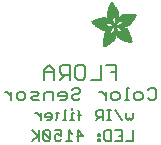
<source format=gbr>
G04 EAGLE Gerber RS-274X export*
G75*
%MOMM*%
%FSLAX34Y34*%
%LPD*%
%INSilkscreen Bottom*%
%IPPOS*%
%AMOC8*
5,1,8,0,0,1.08239X$1,22.5*%
G01*
%ADD10C,0.203200*%
%ADD11C,0.152400*%
%ADD12R,0.050800X0.006300*%
%ADD13R,0.082600X0.006400*%
%ADD14R,0.120600X0.006300*%
%ADD15R,0.139700X0.006400*%
%ADD16R,0.158800X0.006300*%
%ADD17R,0.177800X0.006400*%
%ADD18R,0.196800X0.006300*%
%ADD19R,0.215900X0.006400*%
%ADD20R,0.228600X0.006300*%
%ADD21R,0.241300X0.006400*%
%ADD22R,0.254000X0.006300*%
%ADD23R,0.266700X0.006400*%
%ADD24R,0.279400X0.006300*%
%ADD25R,0.285700X0.006400*%
%ADD26R,0.298400X0.006300*%
%ADD27R,0.311200X0.006400*%
%ADD28R,0.317500X0.006300*%
%ADD29R,0.330200X0.006400*%
%ADD30R,0.336600X0.006300*%
%ADD31R,0.349200X0.006400*%
%ADD32R,0.361900X0.006300*%
%ADD33R,0.368300X0.006400*%
%ADD34R,0.381000X0.006300*%
%ADD35R,0.387300X0.006400*%
%ADD36R,0.393700X0.006300*%
%ADD37R,0.406400X0.006400*%
%ADD38R,0.412700X0.006300*%
%ADD39R,0.419100X0.006400*%
%ADD40R,0.431800X0.006300*%
%ADD41R,0.438100X0.006400*%
%ADD42R,0.450800X0.006300*%
%ADD43R,0.457200X0.006400*%
%ADD44R,0.463500X0.006300*%
%ADD45R,0.476200X0.006400*%
%ADD46R,0.482600X0.006300*%
%ADD47R,0.488900X0.006400*%
%ADD48R,0.501600X0.006300*%
%ADD49R,0.508000X0.006400*%
%ADD50R,0.514300X0.006300*%
%ADD51R,0.527000X0.006400*%
%ADD52R,0.533400X0.006300*%
%ADD53R,0.546100X0.006400*%
%ADD54R,0.552400X0.006300*%
%ADD55R,0.558800X0.006400*%
%ADD56R,0.571500X0.006300*%
%ADD57R,0.577800X0.006400*%
%ADD58R,0.584200X0.006300*%
%ADD59R,0.596900X0.006400*%
%ADD60R,0.603200X0.006300*%
%ADD61R,0.609600X0.006400*%
%ADD62R,0.622300X0.006300*%
%ADD63R,0.628600X0.006400*%
%ADD64R,0.641300X0.006300*%
%ADD65R,0.647700X0.006400*%
%ADD66R,0.063500X0.006300*%
%ADD67R,0.654000X0.006300*%
%ADD68R,0.101600X0.006400*%
%ADD69R,0.666700X0.006400*%
%ADD70R,0.139700X0.006300*%
%ADD71R,0.673100X0.006300*%
%ADD72R,0.165100X0.006400*%
%ADD73R,0.679400X0.006400*%
%ADD74R,0.196900X0.006300*%
%ADD75R,0.692100X0.006300*%
%ADD76R,0.222200X0.006400*%
%ADD77R,0.698500X0.006400*%
%ADD78R,0.247700X0.006300*%
%ADD79R,0.704800X0.006300*%
%ADD80R,0.279400X0.006400*%
%ADD81R,0.717500X0.006400*%
%ADD82R,0.298500X0.006300*%
%ADD83R,0.723900X0.006300*%
%ADD84R,0.736600X0.006400*%
%ADD85R,0.342900X0.006300*%
%ADD86R,0.742900X0.006300*%
%ADD87R,0.374700X0.006400*%
%ADD88R,0.749300X0.006400*%
%ADD89R,0.762000X0.006300*%
%ADD90R,0.412700X0.006400*%
%ADD91R,0.768300X0.006400*%
%ADD92R,0.438100X0.006300*%
%ADD93R,0.774700X0.006300*%
%ADD94R,0.463600X0.006400*%
%ADD95R,0.787400X0.006400*%
%ADD96R,0.793700X0.006300*%
%ADD97R,0.495300X0.006400*%
%ADD98R,0.800100X0.006400*%
%ADD99R,0.520700X0.006300*%
%ADD100R,0.812800X0.006300*%
%ADD101R,0.533400X0.006400*%
%ADD102R,0.819100X0.006400*%
%ADD103R,0.558800X0.006300*%
%ADD104R,0.825500X0.006300*%
%ADD105R,0.577900X0.006400*%
%ADD106R,0.831800X0.006400*%
%ADD107R,0.596900X0.006300*%
%ADD108R,0.844500X0.006300*%
%ADD109R,0.616000X0.006400*%
%ADD110R,0.850900X0.006400*%
%ADD111R,0.635000X0.006300*%
%ADD112R,0.857200X0.006300*%
%ADD113R,0.654100X0.006400*%
%ADD114R,0.863600X0.006400*%
%ADD115R,0.666700X0.006300*%
%ADD116R,0.869900X0.006300*%
%ADD117R,0.685800X0.006400*%
%ADD118R,0.876300X0.006400*%
%ADD119R,0.882600X0.006300*%
%ADD120R,0.723900X0.006400*%
%ADD121R,0.889000X0.006400*%
%ADD122R,0.895300X0.006300*%
%ADD123R,0.755700X0.006400*%
%ADD124R,0.901700X0.006400*%
%ADD125R,0.908000X0.006300*%
%ADD126R,0.793800X0.006400*%
%ADD127R,0.914400X0.006400*%
%ADD128R,0.806400X0.006300*%
%ADD129R,0.920700X0.006300*%
%ADD130R,0.825500X0.006400*%
%ADD131R,0.927100X0.006400*%
%ADD132R,0.933400X0.006300*%
%ADD133R,0.857300X0.006400*%
%ADD134R,0.939800X0.006400*%
%ADD135R,0.870000X0.006300*%
%ADD136R,0.939800X0.006300*%
%ADD137R,0.946100X0.006400*%
%ADD138R,0.952500X0.006300*%
%ADD139R,0.908000X0.006400*%
%ADD140R,0.958800X0.006400*%
%ADD141R,0.965200X0.006300*%
%ADD142R,0.965200X0.006400*%
%ADD143R,0.971500X0.006300*%
%ADD144R,0.952500X0.006400*%
%ADD145R,0.977900X0.006400*%
%ADD146R,0.958800X0.006300*%
%ADD147R,0.984200X0.006300*%
%ADD148R,0.971500X0.006400*%
%ADD149R,0.984200X0.006400*%
%ADD150R,0.990600X0.006300*%
%ADD151R,0.984300X0.006400*%
%ADD152R,0.996900X0.006400*%
%ADD153R,0.997000X0.006300*%
%ADD154R,0.996900X0.006300*%
%ADD155R,1.003300X0.006400*%
%ADD156R,1.016000X0.006300*%
%ADD157R,1.009600X0.006300*%
%ADD158R,1.016000X0.006400*%
%ADD159R,1.009600X0.006400*%
%ADD160R,1.022300X0.006300*%
%ADD161R,1.028700X0.006400*%
%ADD162R,1.035100X0.006300*%
%ADD163R,1.047800X0.006400*%
%ADD164R,1.054100X0.006300*%
%ADD165R,1.028700X0.006300*%
%ADD166R,1.054100X0.006400*%
%ADD167R,1.035000X0.006400*%
%ADD168R,1.060400X0.006300*%
%ADD169R,1.035000X0.006300*%
%ADD170R,1.060500X0.006400*%
%ADD171R,1.041400X0.006400*%
%ADD172R,1.066800X0.006300*%
%ADD173R,1.041400X0.006300*%
%ADD174R,1.079500X0.006400*%
%ADD175R,1.047700X0.006400*%
%ADD176R,1.085900X0.006300*%
%ADD177R,1.047700X0.006300*%
%ADD178R,1.085800X0.006400*%
%ADD179R,1.092200X0.006300*%
%ADD180R,1.085900X0.006400*%
%ADD181R,1.098600X0.006300*%
%ADD182R,1.098600X0.006400*%
%ADD183R,1.060400X0.006400*%
%ADD184R,1.104900X0.006300*%
%ADD185R,1.104900X0.006400*%
%ADD186R,1.066800X0.006400*%
%ADD187R,1.111200X0.006300*%
%ADD188R,1.117600X0.006400*%
%ADD189R,1.117600X0.006300*%
%ADD190R,1.073100X0.006300*%
%ADD191R,1.073100X0.006400*%
%ADD192R,1.124000X0.006300*%
%ADD193R,1.079500X0.006300*%
%ADD194R,1.123900X0.006400*%
%ADD195R,1.130300X0.006300*%
%ADD196R,1.130300X0.006400*%
%ADD197R,1.136700X0.006400*%
%ADD198R,1.136700X0.006300*%
%ADD199R,1.085800X0.006300*%
%ADD200R,1.136600X0.006400*%
%ADD201R,1.136600X0.006300*%
%ADD202R,1.143000X0.006400*%
%ADD203R,1.143000X0.006300*%
%ADD204R,1.149400X0.006300*%
%ADD205R,1.149300X0.006300*%
%ADD206R,1.149300X0.006400*%
%ADD207R,1.149400X0.006400*%
%ADD208R,1.155700X0.006400*%
%ADD209R,1.155700X0.006300*%
%ADD210R,1.060500X0.006300*%
%ADD211R,2.197100X0.006400*%
%ADD212R,2.197100X0.006300*%
%ADD213R,2.184400X0.006300*%
%ADD214R,2.184400X0.006400*%
%ADD215R,2.171700X0.006400*%
%ADD216R,2.171700X0.006300*%
%ADD217R,1.530300X0.006400*%
%ADD218R,1.505000X0.006300*%
%ADD219R,1.492300X0.006400*%
%ADD220R,1.485900X0.006300*%
%ADD221R,0.565200X0.006300*%
%ADD222R,1.473200X0.006400*%
%ADD223R,0.565200X0.006400*%
%ADD224R,1.460500X0.006300*%
%ADD225R,1.454100X0.006400*%
%ADD226R,0.552400X0.006400*%
%ADD227R,1.441500X0.006300*%
%ADD228R,0.546100X0.006300*%
%ADD229R,1.435100X0.006400*%
%ADD230R,0.539800X0.006400*%
%ADD231R,1.428800X0.006300*%
%ADD232R,1.422400X0.006400*%
%ADD233R,1.409700X0.006300*%
%ADD234R,0.527100X0.006300*%
%ADD235R,1.403300X0.006400*%
%ADD236R,0.527100X0.006400*%
%ADD237R,1.390700X0.006300*%
%ADD238R,1.384300X0.006400*%
%ADD239R,0.520700X0.006400*%
%ADD240R,1.384300X0.006300*%
%ADD241R,0.514400X0.006300*%
%ADD242R,1.371600X0.006400*%
%ADD243R,1.365200X0.006300*%
%ADD244R,0.508000X0.006300*%
%ADD245R,1.352600X0.006400*%
%ADD246R,0.501700X0.006400*%
%ADD247R,0.711200X0.006300*%
%ADD248R,0.603300X0.006300*%
%ADD249R,0.501700X0.006300*%
%ADD250R,0.692100X0.006400*%
%ADD251R,0.571500X0.006400*%
%ADD252R,0.679400X0.006300*%
%ADD253R,0.495300X0.006300*%
%ADD254R,0.673100X0.006400*%
%ADD255R,0.666800X0.006300*%
%ADD256R,0.488900X0.006300*%
%ADD257R,0.660400X0.006400*%
%ADD258R,0.482600X0.006400*%
%ADD259R,0.476200X0.006300*%
%ADD260R,0.654000X0.006400*%
%ADD261R,0.469900X0.006400*%
%ADD262R,0.476300X0.006400*%
%ADD263R,0.647700X0.006300*%
%ADD264R,0.457200X0.006300*%
%ADD265R,0.469900X0.006300*%
%ADD266R,0.641300X0.006400*%
%ADD267R,0.444500X0.006400*%
%ADD268R,0.463600X0.006300*%
%ADD269R,0.635000X0.006400*%
%ADD270R,0.463500X0.006400*%
%ADD271R,0.393700X0.006400*%
%ADD272R,0.450800X0.006400*%
%ADD273R,0.628600X0.006300*%
%ADD274R,0.387400X0.006300*%
%ADD275R,0.450900X0.006300*%
%ADD276R,0.628700X0.006400*%
%ADD277R,0.374600X0.006400*%
%ADD278R,0.368300X0.006300*%
%ADD279R,0.438200X0.006300*%
%ADD280R,0.622300X0.006400*%
%ADD281R,0.355600X0.006400*%
%ADD282R,0.431800X0.006400*%
%ADD283R,0.349300X0.006300*%
%ADD284R,0.425400X0.006300*%
%ADD285R,0.615900X0.006300*%
%ADD286R,0.330200X0.006300*%
%ADD287R,0.419100X0.006300*%
%ADD288R,0.616000X0.006300*%
%ADD289R,0.311200X0.006300*%
%ADD290R,0.406400X0.006300*%
%ADD291R,0.615900X0.006400*%
%ADD292R,0.304800X0.006400*%
%ADD293R,0.158800X0.006400*%
%ADD294R,0.609600X0.006300*%
%ADD295R,0.292100X0.006300*%
%ADD296R,0.235000X0.006300*%
%ADD297R,0.387400X0.006400*%
%ADD298R,0.292100X0.006400*%
%ADD299R,0.336500X0.006300*%
%ADD300R,0.260400X0.006300*%
%ADD301R,0.603300X0.006400*%
%ADD302R,0.260400X0.006400*%
%ADD303R,0.362000X0.006400*%
%ADD304R,0.450900X0.006400*%
%ADD305R,0.355600X0.006300*%
%ADD306R,0.342900X0.006400*%
%ADD307R,0.514300X0.006400*%
%ADD308R,0.234900X0.006300*%
%ADD309R,0.539700X0.006300*%
%ADD310R,0.603200X0.006400*%
%ADD311R,0.234900X0.006400*%
%ADD312R,0.920700X0.006400*%
%ADD313R,0.958900X0.006400*%
%ADD314R,0.215900X0.006300*%
%ADD315R,0.209600X0.006400*%
%ADD316R,0.203200X0.006300*%
%ADD317R,1.003300X0.006300*%
%ADD318R,0.203200X0.006400*%
%ADD319R,0.196900X0.006400*%
%ADD320R,0.190500X0.006300*%
%ADD321R,0.190500X0.006400*%
%ADD322R,0.184200X0.006300*%
%ADD323R,0.590500X0.006400*%
%ADD324R,0.184200X0.006400*%
%ADD325R,0.590500X0.006300*%
%ADD326R,0.177800X0.006300*%
%ADD327R,0.584200X0.006400*%
%ADD328R,1.168400X0.006400*%
%ADD329R,0.171500X0.006300*%
%ADD330R,1.187500X0.006300*%
%ADD331R,1.200100X0.006400*%
%ADD332R,0.577800X0.006300*%
%ADD333R,1.212900X0.006300*%
%ADD334R,1.231900X0.006400*%
%ADD335R,1.250900X0.006300*%
%ADD336R,0.565100X0.006400*%
%ADD337R,0.184100X0.006400*%
%ADD338R,1.263700X0.006400*%
%ADD339R,0.565100X0.006300*%
%ADD340R,1.289100X0.006300*%
%ADD341R,1.314400X0.006400*%
%ADD342R,0.552500X0.006300*%
%ADD343R,1.568500X0.006300*%
%ADD344R,0.552500X0.006400*%
%ADD345R,1.581200X0.006400*%
%ADD346R,1.593800X0.006300*%
%ADD347R,1.606500X0.006400*%
%ADD348R,1.619300X0.006300*%
%ADD349R,0.514400X0.006400*%
%ADD350R,1.638300X0.006400*%
%ADD351R,1.657300X0.006300*%
%ADD352R,2.209800X0.006400*%
%ADD353R,2.425700X0.006300*%
%ADD354R,2.470100X0.006400*%
%ADD355R,2.501900X0.006300*%
%ADD356R,2.533700X0.006400*%
%ADD357R,2.559000X0.006300*%
%ADD358R,2.584500X0.006400*%
%ADD359R,2.609900X0.006300*%
%ADD360R,2.628900X0.006400*%
%ADD361R,2.660600X0.006300*%
%ADD362R,2.673400X0.006400*%
%ADD363R,1.422400X0.006300*%
%ADD364R,1.200200X0.006300*%
%ADD365R,1.365300X0.006300*%
%ADD366R,1.365300X0.006400*%
%ADD367R,1.352500X0.006300*%
%ADD368R,1.098500X0.006300*%
%ADD369R,1.358900X0.006400*%
%ADD370R,1.352600X0.006300*%
%ADD371R,1.358900X0.006300*%
%ADD372R,1.371600X0.006300*%
%ADD373R,1.377900X0.006400*%
%ADD374R,1.397000X0.006400*%
%ADD375R,1.403300X0.006300*%
%ADD376R,0.914400X0.006300*%
%ADD377R,0.876300X0.006300*%
%ADD378R,0.374600X0.006300*%
%ADD379R,1.073200X0.006400*%
%ADD380R,0.374700X0.006300*%
%ADD381R,0.844600X0.006400*%
%ADD382R,0.844600X0.006300*%
%ADD383R,0.831900X0.006400*%
%ADD384R,1.092200X0.006400*%
%ADD385R,0.400000X0.006300*%
%ADD386R,0.819200X0.006400*%
%ADD387R,1.111300X0.006400*%
%ADD388R,0.812800X0.006400*%
%ADD389R,0.800100X0.006300*%
%ADD390R,0.476300X0.006300*%
%ADD391R,1.181100X0.006300*%
%ADD392R,0.501600X0.006400*%
%ADD393R,1.193800X0.006400*%
%ADD394R,0.781000X0.006400*%
%ADD395R,1.238200X0.006400*%
%ADD396R,0.781100X0.006300*%
%ADD397R,1.257300X0.006300*%
%ADD398R,1.295400X0.006400*%
%ADD399R,1.333500X0.006300*%
%ADD400R,0.774700X0.006400*%
%ADD401R,1.866900X0.006400*%
%ADD402R,0.209600X0.006300*%
%ADD403R,1.866900X0.006300*%
%ADD404R,0.768400X0.006400*%
%ADD405R,0.209500X0.006400*%
%ADD406R,1.860600X0.006400*%
%ADD407R,0.762000X0.006400*%
%ADD408R,0.768400X0.006300*%
%ADD409R,1.860600X0.006300*%
%ADD410R,1.860500X0.006400*%
%ADD411R,0.222300X0.006300*%
%ADD412R,1.854200X0.006300*%
%ADD413R,0.235000X0.006400*%
%ADD414R,1.854200X0.006400*%
%ADD415R,0.768300X0.006300*%
%ADD416R,0.260300X0.006400*%
%ADD417R,1.847800X0.006400*%
%ADD418R,0.266700X0.006300*%
%ADD419R,1.847800X0.006300*%
%ADD420R,0.273100X0.006400*%
%ADD421R,1.841500X0.006400*%
%ADD422R,0.285800X0.006300*%
%ADD423R,1.841500X0.006300*%
%ADD424R,0.298500X0.006400*%
%ADD425R,1.835100X0.006400*%
%ADD426R,0.781000X0.006300*%
%ADD427R,0.304800X0.006300*%
%ADD428R,1.835100X0.006300*%
%ADD429R,0.317500X0.006400*%
%ADD430R,1.828800X0.006400*%
%ADD431R,0.787400X0.006300*%
%ADD432R,0.323800X0.006300*%
%ADD433R,1.828800X0.006300*%
%ADD434R,0.793700X0.006400*%
%ADD435R,1.822400X0.006400*%
%ADD436R,0.806500X0.006300*%
%ADD437R,1.822400X0.006300*%
%ADD438R,1.816100X0.006400*%
%ADD439R,0.819100X0.006300*%
%ADD440R,0.387300X0.006300*%
%ADD441R,1.816100X0.006300*%
%ADD442R,1.809800X0.006400*%
%ADD443R,1.803400X0.006300*%
%ADD444R,1.797000X0.006400*%
%ADD445R,0.901700X0.006300*%
%ADD446R,1.797000X0.006300*%
%ADD447R,1.441400X0.006400*%
%ADD448R,1.790700X0.006400*%
%ADD449R,1.447800X0.006300*%
%ADD450R,1.784300X0.006300*%
%ADD451R,1.447800X0.006400*%
%ADD452R,1.784300X0.006400*%
%ADD453R,1.454100X0.006300*%
%ADD454R,1.771700X0.006300*%
%ADD455R,1.460500X0.006400*%
%ADD456R,1.759000X0.006400*%
%ADD457R,1.466800X0.006300*%
%ADD458R,1.752600X0.006300*%
%ADD459R,1.466800X0.006400*%
%ADD460R,1.739900X0.006400*%
%ADD461R,1.473200X0.006300*%
%ADD462R,1.727200X0.006300*%
%ADD463R,1.479500X0.006400*%
%ADD464R,1.714500X0.006400*%
%ADD465R,1.695400X0.006300*%
%ADD466R,1.485900X0.006400*%
%ADD467R,1.682700X0.006400*%
%ADD468R,1.492200X0.006300*%
%ADD469R,1.663700X0.006300*%
%ADD470R,1.498600X0.006400*%
%ADD471R,1.644600X0.006400*%
%ADD472R,1.498600X0.006300*%
%ADD473R,1.619200X0.006300*%
%ADD474R,1.511300X0.006400*%
%ADD475R,1.600200X0.006400*%
%ADD476R,1.517700X0.006300*%
%ADD477R,1.574800X0.006300*%
%ADD478R,1.524000X0.006400*%
%ADD479R,1.555800X0.006400*%
%ADD480R,1.524000X0.006300*%
%ADD481R,1.536700X0.006300*%
%ADD482R,1.530400X0.006400*%
%ADD483R,1.517700X0.006400*%
%ADD484R,1.492300X0.006300*%
%ADD485R,1.549400X0.006400*%
%ADD486R,1.479600X0.006400*%
%ADD487R,1.549400X0.006300*%
%ADD488R,1.555700X0.006400*%
%ADD489R,1.562100X0.006300*%
%ADD490R,0.323900X0.006300*%
%ADD491R,1.568400X0.006400*%
%ADD492R,0.336600X0.006400*%
%ADD493R,1.587500X0.006300*%
%ADD494R,0.971600X0.006300*%
%ADD495R,0.349300X0.006400*%
%ADD496R,1.600200X0.006300*%
%ADD497R,0.920800X0.006300*%
%ADD498R,0.882700X0.006400*%
%ADD499R,1.612900X0.006300*%
%ADD500R,0.362000X0.006300*%
%ADD501R,1.625600X0.006400*%
%ADD502R,1.625600X0.006300*%
%ADD503R,1.644600X0.006300*%
%ADD504R,0.736600X0.006300*%
%ADD505R,0.717600X0.006400*%
%ADD506R,1.657400X0.006300*%
%ADD507R,0.679500X0.006300*%
%ADD508R,1.663700X0.006400*%
%ADD509R,0.400000X0.006400*%
%ADD510R,1.676400X0.006300*%
%ADD511R,1.676400X0.006400*%
%ADD512R,0.425500X0.006400*%
%ADD513R,1.352500X0.006400*%
%ADD514R,0.444500X0.006300*%
%ADD515R,0.361900X0.006400*%
%ADD516R,0.088900X0.006300*%
%ADD517R,1.009700X0.006300*%
%ADD518R,1.009700X0.006400*%
%ADD519R,1.022300X0.006400*%
%ADD520R,1.346200X0.006400*%
%ADD521R,1.346200X0.006300*%
%ADD522R,1.339900X0.006400*%
%ADD523R,1.035100X0.006400*%
%ADD524R,1.339800X0.006300*%
%ADD525R,1.333500X0.006400*%
%ADD526R,1.327200X0.006400*%
%ADD527R,1.320800X0.006300*%
%ADD528R,1.314500X0.006400*%
%ADD529R,1.314400X0.006300*%
%ADD530R,1.301700X0.006400*%
%ADD531R,1.295400X0.006300*%
%ADD532R,1.289000X0.006400*%
%ADD533R,1.276300X0.006300*%
%ADD534R,1.251000X0.006300*%
%ADD535R,1.244600X0.006400*%
%ADD536R,1.231900X0.006300*%
%ADD537R,1.212800X0.006400*%
%ADD538R,1.200100X0.006300*%
%ADD539R,1.187400X0.006400*%
%ADD540R,1.168400X0.006300*%
%ADD541R,1.047800X0.006300*%
%ADD542R,0.977900X0.006300*%
%ADD543R,0.946200X0.006400*%
%ADD544R,0.933400X0.006400*%
%ADD545R,0.895300X0.006400*%
%ADD546R,0.882700X0.006300*%
%ADD547R,0.863600X0.006300*%
%ADD548R,0.857200X0.006400*%
%ADD549R,0.850900X0.006300*%
%ADD550R,0.838200X0.006300*%
%ADD551R,0.806500X0.006400*%
%ADD552R,0.717600X0.006300*%
%ADD553R,0.711200X0.006400*%
%ADD554R,0.641400X0.006400*%
%ADD555R,0.641400X0.006300*%
%ADD556R,0.628700X0.006300*%
%ADD557R,0.590600X0.006300*%
%ADD558R,0.539700X0.006400*%
%ADD559R,0.285700X0.006300*%
%ADD560R,0.222200X0.006300*%
%ADD561R,0.171400X0.006300*%
%ADD562R,0.152400X0.006400*%
%ADD563R,0.133400X0.006300*%


D10*
X54136Y-7696D02*
X55915Y-5917D01*
X59475Y-5917D01*
X61254Y-7696D01*
X61254Y-14815D01*
X59475Y-16594D01*
X55915Y-16594D01*
X54136Y-14815D01*
X47781Y-16594D02*
X44221Y-16594D01*
X42442Y-14815D01*
X42442Y-11255D01*
X44221Y-9476D01*
X47781Y-9476D01*
X49560Y-11255D01*
X49560Y-14815D01*
X47781Y-16594D01*
X37866Y-5917D02*
X36087Y-5917D01*
X36087Y-16594D01*
X37866Y-16594D02*
X34307Y-16594D01*
X28291Y-16594D02*
X24732Y-16594D01*
X22952Y-14815D01*
X22952Y-11255D01*
X24732Y-9476D01*
X28291Y-9476D01*
X30070Y-11255D01*
X30070Y-14815D01*
X28291Y-16594D01*
X18376Y-16594D02*
X18376Y-9476D01*
X18376Y-13035D02*
X14817Y-9476D01*
X13038Y-9476D01*
X-8401Y-5917D02*
X-10181Y-7696D01*
X-8401Y-5917D02*
X-4842Y-5917D01*
X-3063Y-7696D01*
X-3063Y-9476D01*
X-4842Y-11255D01*
X-8401Y-11255D01*
X-10181Y-13035D01*
X-10181Y-14815D01*
X-8401Y-16594D01*
X-4842Y-16594D01*
X-3063Y-14815D01*
X-16536Y-16594D02*
X-20095Y-16594D01*
X-16536Y-16594D02*
X-14757Y-14815D01*
X-14757Y-11255D01*
X-16536Y-9476D01*
X-20095Y-9476D01*
X-21875Y-11255D01*
X-21875Y-13035D01*
X-14757Y-13035D01*
X-26451Y-16594D02*
X-26451Y-9476D01*
X-31789Y-9476D01*
X-33569Y-11255D01*
X-33569Y-16594D01*
X-38145Y-16594D02*
X-43483Y-16594D01*
X-45263Y-14815D01*
X-43483Y-13035D01*
X-39924Y-13035D01*
X-38145Y-11255D01*
X-39924Y-9476D01*
X-45263Y-9476D01*
X-51618Y-16594D02*
X-55177Y-16594D01*
X-56957Y-14815D01*
X-56957Y-11255D01*
X-55177Y-9476D01*
X-51618Y-9476D01*
X-49839Y-11255D01*
X-49839Y-14815D01*
X-51618Y-16594D01*
X-61533Y-16594D02*
X-61533Y-9476D01*
X-61533Y-13035D02*
X-65092Y-9476D01*
X-66871Y-9476D01*
D11*
X41188Y-27596D02*
X41188Y-31917D01*
X39747Y-33358D01*
X38307Y-31917D01*
X36866Y-33358D01*
X35426Y-31917D01*
X35426Y-27596D01*
X31833Y-33358D02*
X26071Y-24715D01*
X22478Y-33358D02*
X19597Y-33358D01*
X21037Y-33358D02*
X21037Y-24715D01*
X19597Y-24715D02*
X22478Y-24715D01*
X16241Y-24715D02*
X16241Y-33358D01*
X16241Y-24715D02*
X11919Y-24715D01*
X10479Y-26155D01*
X10479Y-29036D01*
X11919Y-30477D01*
X16241Y-30477D01*
X13360Y-30477D02*
X10479Y-33358D01*
X-3910Y-33358D02*
X-3910Y-26155D01*
X-5351Y-24715D01*
X-5351Y-29036D02*
X-2470Y-29036D01*
X-8706Y-27596D02*
X-10147Y-27596D01*
X-10147Y-33358D01*
X-11587Y-33358D02*
X-8706Y-33358D01*
X-10147Y-24715D02*
X-10147Y-23274D01*
X-14943Y-24715D02*
X-16384Y-24715D01*
X-16384Y-33358D01*
X-17824Y-33358D02*
X-14943Y-33358D01*
X-22620Y-31917D02*
X-22620Y-26155D01*
X-22620Y-31917D02*
X-24061Y-33358D01*
X-24061Y-27596D02*
X-21180Y-27596D01*
X-28857Y-33358D02*
X-31738Y-33358D01*
X-28857Y-33358D02*
X-27417Y-31917D01*
X-27417Y-29036D01*
X-28857Y-27596D01*
X-31738Y-27596D01*
X-33179Y-29036D01*
X-33179Y-30477D01*
X-27417Y-30477D01*
X-36772Y-33358D02*
X-36772Y-27596D01*
X-36772Y-30477D02*
X-39653Y-27596D01*
X-41094Y-27596D01*
X41598Y-42115D02*
X41598Y-50758D01*
X35836Y-50758D01*
X32243Y-42115D02*
X26481Y-42115D01*
X32243Y-42115D02*
X32243Y-50758D01*
X26481Y-50758D01*
X29362Y-46436D02*
X32243Y-46436D01*
X22888Y-42115D02*
X22888Y-50758D01*
X18566Y-50758D01*
X17125Y-49317D01*
X17125Y-43555D01*
X18566Y-42115D01*
X22888Y-42115D01*
X13532Y-44996D02*
X12092Y-44996D01*
X12092Y-46436D01*
X13532Y-46436D01*
X13532Y-44996D01*
X13532Y-49317D02*
X12092Y-49317D01*
X12092Y-50758D01*
X13532Y-50758D01*
X13532Y-49317D01*
X-4822Y-50758D02*
X-4822Y-42115D01*
X-500Y-46436D01*
X-6263Y-46436D01*
X-9856Y-44996D02*
X-12737Y-42115D01*
X-12737Y-50758D01*
X-9856Y-50758D02*
X-15618Y-50758D01*
X-19211Y-42115D02*
X-24973Y-42115D01*
X-19211Y-42115D02*
X-19211Y-46436D01*
X-22092Y-44996D01*
X-23532Y-44996D01*
X-24973Y-46436D01*
X-24973Y-49317D01*
X-23532Y-50758D01*
X-20651Y-50758D01*
X-19211Y-49317D01*
X-28566Y-49317D02*
X-28566Y-43555D01*
X-30006Y-42115D01*
X-32888Y-42115D01*
X-34328Y-43555D01*
X-34328Y-49317D01*
X-32888Y-50758D01*
X-30006Y-50758D01*
X-28566Y-49317D01*
X-34328Y-43555D01*
X-37921Y-42115D02*
X-37921Y-50758D01*
X-37921Y-47877D02*
X-43683Y-42115D01*
X-39362Y-46436D02*
X-43683Y-50758D01*
X27178Y762D02*
X27178Y13473D01*
X18704Y13473D01*
X22941Y7117D02*
X27178Y7117D01*
X14081Y13473D02*
X14081Y762D01*
X5607Y762D01*
X-1135Y13473D02*
X-5372Y13473D01*
X-1135Y13473D02*
X984Y11354D01*
X984Y2880D01*
X-1135Y762D01*
X-5372Y762D01*
X-7490Y2880D01*
X-7490Y11354D01*
X-5372Y13473D01*
X-12114Y13473D02*
X-12114Y762D01*
X-12114Y13473D02*
X-18469Y13473D01*
X-20588Y11354D01*
X-20588Y7117D01*
X-18469Y4999D01*
X-12114Y4999D01*
X-16351Y4999D02*
X-20588Y762D01*
X-25211Y762D02*
X-25211Y9236D01*
X-29448Y13473D01*
X-33685Y9236D01*
X-33685Y762D01*
X-33685Y7117D02*
X-25211Y7117D01*
D12*
X17812Y28131D03*
D13*
X17780Y28194D03*
D14*
X17780Y28258D03*
D15*
X17812Y28321D03*
D16*
X17780Y28385D03*
D17*
X17812Y28448D03*
D18*
X17780Y28512D03*
D19*
X17812Y28575D03*
D20*
X17812Y28639D03*
D21*
X17876Y28702D03*
D22*
X17875Y28766D03*
D23*
X17939Y28829D03*
D24*
X17939Y28893D03*
D25*
X17971Y28956D03*
D26*
X18034Y29020D03*
D27*
X18034Y29083D03*
D28*
X18066Y29147D03*
D29*
X18129Y29210D03*
D30*
X18161Y29274D03*
D31*
X18161Y29337D03*
D32*
X18225Y29401D03*
D33*
X18257Y29464D03*
D34*
X18320Y29528D03*
D35*
X18352Y29591D03*
D36*
X18384Y29655D03*
D37*
X18447Y29718D03*
D38*
X18479Y29782D03*
D39*
X18511Y29845D03*
D40*
X18574Y29909D03*
D41*
X18606Y29972D03*
D42*
X18669Y30036D03*
D43*
X18701Y30099D03*
D44*
X18733Y30163D03*
D45*
X18796Y30226D03*
D46*
X18828Y30290D03*
D47*
X18860Y30353D03*
D48*
X18923Y30417D03*
D49*
X18955Y30480D03*
D50*
X18987Y30544D03*
D51*
X19050Y30607D03*
D52*
X19082Y30671D03*
D53*
X19146Y30734D03*
D54*
X19177Y30798D03*
D55*
X19209Y30861D03*
D56*
X19273Y30925D03*
D57*
X19304Y30988D03*
D58*
X19336Y31052D03*
D59*
X19400Y31115D03*
D60*
X19431Y31179D03*
D61*
X19463Y31242D03*
D62*
X19527Y31306D03*
D63*
X19558Y31369D03*
D64*
X19622Y31433D03*
D65*
X19654Y31496D03*
D66*
X39466Y31560D03*
D67*
X19685Y31560D03*
D68*
X39465Y31623D03*
D69*
X19749Y31623D03*
D70*
X39402Y31687D03*
D71*
X19781Y31687D03*
D72*
X39339Y31750D03*
D73*
X19812Y31750D03*
D74*
X39307Y31814D03*
D75*
X19876Y31814D03*
D76*
X39243Y31877D03*
D77*
X19908Y31877D03*
D78*
X39180Y31941D03*
D79*
X19939Y31941D03*
D80*
X39084Y32004D03*
D81*
X20003Y32004D03*
D82*
X39053Y32068D03*
D83*
X20035Y32068D03*
D29*
X38957Y32131D03*
D84*
X20098Y32131D03*
D85*
X38894Y32195D03*
D86*
X20130Y32195D03*
D87*
X38799Y32258D03*
D88*
X20162Y32258D03*
D36*
X38704Y32322D03*
D89*
X20225Y32322D03*
D90*
X38672Y32385D03*
D91*
X20257Y32385D03*
D92*
X38545Y32449D03*
D93*
X20289Y32449D03*
D94*
X38481Y32512D03*
D95*
X20352Y32512D03*
D46*
X38386Y32576D03*
D96*
X20384Y32576D03*
D97*
X38323Y32639D03*
D98*
X20416Y32639D03*
D99*
X38196Y32703D03*
D100*
X20479Y32703D03*
D101*
X38132Y32766D03*
D102*
X20511Y32766D03*
D103*
X38005Y32830D03*
D104*
X20543Y32830D03*
D105*
X37910Y32893D03*
D106*
X20574Y32893D03*
D107*
X37815Y32957D03*
D108*
X20638Y32957D03*
D109*
X37719Y33020D03*
D110*
X20670Y33020D03*
D111*
X37624Y33084D03*
D112*
X20701Y33084D03*
D113*
X37529Y33147D03*
D114*
X20733Y33147D03*
D115*
X37402Y33211D03*
D116*
X20765Y33211D03*
D117*
X37306Y33274D03*
D118*
X20797Y33274D03*
D79*
X37211Y33338D03*
D119*
X20828Y33338D03*
D120*
X37116Y33401D03*
D121*
X20860Y33401D03*
D86*
X37021Y33465D03*
D122*
X20892Y33465D03*
D123*
X36894Y33528D03*
D124*
X20924Y33528D03*
D93*
X36799Y33592D03*
D125*
X20955Y33592D03*
D126*
X36703Y33655D03*
D127*
X20987Y33655D03*
D128*
X36576Y33719D03*
D129*
X21019Y33719D03*
D130*
X36481Y33782D03*
D131*
X21051Y33782D03*
D108*
X36386Y33846D03*
D132*
X21082Y33846D03*
D133*
X36259Y33909D03*
D134*
X21114Y33909D03*
D135*
X36195Y33973D03*
D136*
X21114Y33973D03*
D121*
X36100Y34036D03*
D137*
X21146Y34036D03*
D122*
X36005Y34100D03*
D138*
X21178Y34100D03*
D139*
X35941Y34163D03*
D140*
X21209Y34163D03*
D129*
X35878Y34227D03*
D141*
X21241Y34227D03*
D131*
X35783Y34290D03*
D142*
X21241Y34290D03*
D136*
X35719Y34354D03*
D143*
X21273Y34354D03*
D144*
X35656Y34417D03*
D145*
X21305Y34417D03*
D146*
X35560Y34481D03*
D147*
X21336Y34481D03*
D148*
X35497Y34544D03*
D149*
X21336Y34544D03*
D147*
X35433Y34608D03*
D150*
X21368Y34608D03*
D151*
X35370Y34671D03*
D152*
X21400Y34671D03*
D153*
X35306Y34735D03*
D154*
X21400Y34735D03*
D155*
X35275Y34798D03*
X21432Y34798D03*
D156*
X35211Y34862D03*
D157*
X21463Y34862D03*
D158*
X35147Y34925D03*
D159*
X21463Y34925D03*
D160*
X35116Y34989D03*
D156*
X21495Y34989D03*
D161*
X35021Y35052D03*
D158*
X21495Y35052D03*
D162*
X34989Y35116D03*
D160*
X21527Y35116D03*
D163*
X34925Y35179D03*
D161*
X21559Y35179D03*
D164*
X34894Y35243D03*
D165*
X21559Y35243D03*
D166*
X34830Y35306D03*
D167*
X21590Y35306D03*
D168*
X34798Y35370D03*
D169*
X21590Y35370D03*
D170*
X34735Y35433D03*
D171*
X21622Y35433D03*
D172*
X34703Y35497D03*
D173*
X21622Y35497D03*
D174*
X34640Y35560D03*
D175*
X21654Y35560D03*
D176*
X34608Y35624D03*
D177*
X21654Y35624D03*
D178*
X34544Y35687D03*
D166*
X21686Y35687D03*
D179*
X34512Y35751D03*
D164*
X21686Y35751D03*
D180*
X34481Y35814D03*
D166*
X21686Y35814D03*
D181*
X34417Y35878D03*
D168*
X21717Y35878D03*
D182*
X34417Y35941D03*
D183*
X21717Y35941D03*
D184*
X34386Y36005D03*
D172*
X21749Y36005D03*
D185*
X34322Y36068D03*
D186*
X21749Y36068D03*
D187*
X34290Y36132D03*
D172*
X21749Y36132D03*
D188*
X34258Y36195D03*
D186*
X21749Y36195D03*
D189*
X34195Y36259D03*
D190*
X21781Y36259D03*
D188*
X34195Y36322D03*
D191*
X21781Y36322D03*
D192*
X34163Y36386D03*
D193*
X21813Y36386D03*
D194*
X34100Y36449D03*
D174*
X21813Y36449D03*
D195*
X34068Y36513D03*
D193*
X21813Y36513D03*
D196*
X34068Y36576D03*
D174*
X21813Y36576D03*
D195*
X34005Y36640D03*
D193*
X21813Y36640D03*
D197*
X33973Y36703D03*
D178*
X21844Y36703D03*
D198*
X33973Y36767D03*
D199*
X21844Y36767D03*
D200*
X33909Y36830D03*
D174*
X21876Y36830D03*
D201*
X33909Y36894D03*
D193*
X21876Y36894D03*
D202*
X33877Y36957D03*
D180*
X21908Y36957D03*
D203*
X33814Y37021D03*
D176*
X21908Y37021D03*
D202*
X33814Y37084D03*
D180*
X21908Y37084D03*
D204*
X33782Y37148D03*
D176*
X21908Y37148D03*
D202*
X33750Y37211D03*
D180*
X21908Y37211D03*
D205*
X33719Y37275D03*
D176*
X21908Y37275D03*
D206*
X33719Y37338D03*
D180*
X21908Y37338D03*
D204*
X33655Y37402D03*
D176*
X21908Y37402D03*
D207*
X33655Y37465D03*
D180*
X21908Y37465D03*
D204*
X33655Y37529D03*
D199*
X21971Y37529D03*
D206*
X33592Y37592D03*
D178*
X21971Y37592D03*
D205*
X33592Y37656D03*
D199*
X21971Y37656D03*
D208*
X33560Y37719D03*
D178*
X21971Y37719D03*
D204*
X33528Y37783D03*
D199*
X21971Y37783D03*
D207*
X33528Y37846D03*
D178*
X21971Y37846D03*
D209*
X33497Y37910D03*
D199*
X21971Y37910D03*
D206*
X33465Y37973D03*
D178*
X21971Y37973D03*
D205*
X33465Y38037D03*
D193*
X22003Y38037D03*
D208*
X33433Y38100D03*
D174*
X22003Y38100D03*
D204*
X33401Y38164D03*
D193*
X22003Y38164D03*
D207*
X33401Y38227D03*
D174*
X22003Y38227D03*
D204*
X33401Y38291D03*
D193*
X22003Y38291D03*
D206*
X33338Y38354D03*
D191*
X22035Y38354D03*
D205*
X33338Y38418D03*
D190*
X22035Y38418D03*
D206*
X33338Y38481D03*
D186*
X22003Y38481D03*
D204*
X33274Y38545D03*
D172*
X22003Y38545D03*
D207*
X33274Y38608D03*
D186*
X22003Y38608D03*
D204*
X33274Y38672D03*
D210*
X22035Y38672D03*
D202*
X33242Y38735D03*
D170*
X22035Y38735D03*
D205*
X33211Y38799D03*
D210*
X22035Y38799D03*
D206*
X33211Y38862D03*
D166*
X22067Y38862D03*
D203*
X33179Y38926D03*
D164*
X22067Y38926D03*
D207*
X33147Y38989D03*
D166*
X22067Y38989D03*
D204*
X33147Y39053D03*
D164*
X22067Y39053D03*
D211*
X27845Y39116D03*
D212*
X27845Y39180D03*
D211*
X27845Y39243D03*
D213*
X27845Y39307D03*
D214*
X27845Y39370D03*
D213*
X27845Y39434D03*
D215*
X27845Y39497D03*
D216*
X27845Y39561D03*
D217*
X31052Y39624D03*
D59*
X20035Y39624D03*
D218*
X31115Y39688D03*
D58*
X19971Y39688D03*
D219*
X31179Y39751D03*
D57*
X19939Y39751D03*
D220*
X31211Y39815D03*
D221*
X19939Y39815D03*
D222*
X31274Y39878D03*
D223*
X19939Y39878D03*
D224*
X31274Y39942D03*
D54*
X19939Y39942D03*
D225*
X31306Y40005D03*
D226*
X19939Y40005D03*
D227*
X31306Y40069D03*
D228*
X19971Y40069D03*
D229*
X31338Y40132D03*
D230*
X19939Y40132D03*
D231*
X31369Y40196D03*
D52*
X19971Y40196D03*
D232*
X31401Y40259D03*
D101*
X19971Y40259D03*
D233*
X31401Y40323D03*
D234*
X20003Y40323D03*
D235*
X31433Y40386D03*
D236*
X20003Y40386D03*
D237*
X31433Y40450D03*
D99*
X20035Y40450D03*
D238*
X31465Y40513D03*
D239*
X20035Y40513D03*
D240*
X31465Y40577D03*
D241*
X20066Y40577D03*
D242*
X31464Y40640D03*
D49*
X20098Y40640D03*
D243*
X31496Y40704D03*
D244*
X20098Y40704D03*
D245*
X31496Y40767D03*
D246*
X20130Y40767D03*
D247*
X34703Y40831D03*
D248*
X27750Y40831D03*
D249*
X20130Y40831D03*
D250*
X34735Y40894D03*
D251*
X27655Y40894D03*
D97*
X20162Y40894D03*
D252*
X34798Y40958D03*
D228*
X27591Y40958D03*
D253*
X20225Y40958D03*
D254*
X34767Y41021D03*
D101*
X27527Y41021D03*
D47*
X20257Y41021D03*
D255*
X34798Y41085D03*
D50*
X27496Y41085D03*
D256*
X20257Y41085D03*
D257*
X34830Y41148D03*
D97*
X27464Y41148D03*
D258*
X20288Y41148D03*
D67*
X34798Y41212D03*
D46*
X27400Y41212D03*
D259*
X20320Y41212D03*
D260*
X34798Y41275D03*
D261*
X27401Y41275D03*
D262*
X20384Y41275D03*
D263*
X34767Y41339D03*
D264*
X27337Y41339D03*
D265*
X20416Y41339D03*
D266*
X34735Y41402D03*
D267*
X27337Y41402D03*
D261*
X20416Y41402D03*
D64*
X34735Y41466D03*
D40*
X27273Y41466D03*
D268*
X20447Y41466D03*
D269*
X34703Y41529D03*
D39*
X27274Y41529D03*
D270*
X20511Y41529D03*
D111*
X34703Y41593D03*
D38*
X27242Y41593D03*
D264*
X20542Y41593D03*
D63*
X34671Y41656D03*
D271*
X27210Y41656D03*
D272*
X20574Y41656D03*
D273*
X34671Y41720D03*
D274*
X27178Y41720D03*
D275*
X20638Y41720D03*
D276*
X34608Y41783D03*
D277*
X27178Y41783D03*
D267*
X20670Y41783D03*
D62*
X34576Y41847D03*
D278*
X27147Y41847D03*
D279*
X20701Y41847D03*
D280*
X34576Y41910D03*
D281*
X27146Y41910D03*
D282*
X20796Y41910D03*
D62*
X34513Y41974D03*
D283*
X27115Y41974D03*
D284*
X20828Y41974D03*
D280*
X34513Y42037D03*
D29*
X27083Y42037D03*
D39*
X20860Y42037D03*
D285*
X34481Y42101D03*
D286*
X27083Y42101D03*
D287*
X20924Y42101D03*
D109*
X34417Y42164D03*
D27*
X27051Y42164D03*
D37*
X20987Y42164D03*
D288*
X34417Y42228D03*
D289*
X27051Y42228D03*
D290*
X21050Y42228D03*
D291*
X34354Y42291D03*
D292*
X27019Y42291D03*
D271*
X21114Y42291D03*
D293*
X17145Y42291D03*
D294*
X34322Y42355D03*
D295*
X27020Y42355D03*
D36*
X21178Y42355D03*
D296*
X17145Y42355D03*
D109*
X34290Y42418D03*
D25*
X26988Y42418D03*
D297*
X21209Y42418D03*
D298*
X17114Y42418D03*
D285*
X34227Y42482D03*
D24*
X26956Y42482D03*
D34*
X21304Y42482D03*
D299*
X17082Y42482D03*
D61*
X34195Y42545D03*
D23*
X26956Y42545D03*
D277*
X21336Y42545D03*
D87*
X17082Y42545D03*
D294*
X34131Y42609D03*
D300*
X26924Y42609D03*
D278*
X21432Y42609D03*
D38*
X17082Y42609D03*
D301*
X34100Y42672D03*
D302*
X26924Y42672D03*
D303*
X21463Y42672D03*
D304*
X17082Y42672D03*
D294*
X34068Y42736D03*
D22*
X26892Y42736D03*
D305*
X21558Y42736D03*
D46*
X17113Y42736D03*
D61*
X34004Y42799D03*
D21*
X26893Y42799D03*
D306*
X21622Y42799D03*
D307*
X17082Y42799D03*
D248*
X33973Y42863D03*
D308*
X26861Y42863D03*
D85*
X21686Y42863D03*
D309*
X17082Y42863D03*
D310*
X33909Y42926D03*
D311*
X26861Y42926D03*
D312*
X18860Y42926D03*
D248*
X33846Y42990D03*
D20*
X26829Y42990D03*
D132*
X18796Y42990D03*
D310*
X33782Y43053D03*
D19*
X26829Y43053D03*
D313*
X18733Y43053D03*
D107*
X33751Y43117D03*
D314*
X26829Y43117D03*
D141*
X18701Y43117D03*
D59*
X33687Y43180D03*
D315*
X26797Y43180D03*
D149*
X18669Y43180D03*
D107*
X33624Y43244D03*
D316*
X26765Y43244D03*
D317*
X18638Y43244D03*
D59*
X33560Y43307D03*
D318*
X26765Y43307D03*
D158*
X18574Y43307D03*
D107*
X33497Y43371D03*
D74*
X26734Y43371D03*
D169*
X18542Y43371D03*
D59*
X33433Y43434D03*
D319*
X26734Y43434D03*
D163*
X18542Y43434D03*
D107*
X33370Y43498D03*
D320*
X26702Y43498D03*
D172*
X18510Y43498D03*
D59*
X33306Y43561D03*
D321*
X26702Y43561D03*
D191*
X18479Y43561D03*
D107*
X33243Y43625D03*
D322*
X26670Y43625D03*
D179*
X18447Y43625D03*
D323*
X33211Y43688D03*
D324*
X26670Y43688D03*
D185*
X18447Y43688D03*
D325*
X33084Y43752D03*
D326*
X26638Y43752D03*
D192*
X18415Y43752D03*
D327*
X33052Y43815D03*
D17*
X26638Y43815D03*
D200*
X18415Y43815D03*
D325*
X32957Y43879D03*
D326*
X26638Y43879D03*
D209*
X18384Y43879D03*
D327*
X32861Y43942D03*
D17*
X26638Y43942D03*
D328*
X18383Y43942D03*
D58*
X32798Y44006D03*
D329*
X26607Y44006D03*
D330*
X18352Y44006D03*
D105*
X32703Y44069D03*
D17*
X26575Y44069D03*
D331*
X18352Y44069D03*
D332*
X32639Y44133D03*
D326*
X26575Y44133D03*
D333*
X18352Y44133D03*
D57*
X32512Y44196D03*
D324*
X26543Y44196D03*
D334*
X18320Y44196D03*
D56*
X32417Y44260D03*
D322*
X26543Y44260D03*
D335*
X18352Y44260D03*
D336*
X32322Y44323D03*
D337*
X26480Y44323D03*
D338*
X18352Y44323D03*
D339*
X32195Y44387D03*
D74*
X26480Y44387D03*
D340*
X18352Y44387D03*
D55*
X32099Y44450D03*
D315*
X26416Y44450D03*
D341*
X18415Y44450D03*
D342*
X31941Y44514D03*
D343*
X19622Y44514D03*
D344*
X31814Y44577D03*
D345*
X19558Y44577D03*
D52*
X31655Y44641D03*
D346*
X19558Y44641D03*
D101*
X31464Y44704D03*
D347*
X19495Y44704D03*
D99*
X31338Y44768D03*
D348*
X19495Y44768D03*
D349*
X31115Y44831D03*
D350*
X19463Y44831D03*
D99*
X30893Y44895D03*
D351*
X19495Y44895D03*
D352*
X22193Y44958D03*
D353*
X23146Y45022D03*
D354*
X23305Y45085D03*
D355*
X23400Y45149D03*
D356*
X23432Y45212D03*
D357*
X23495Y45276D03*
D358*
X23559Y45339D03*
D359*
X23559Y45403D03*
D360*
X23591Y45466D03*
D361*
X23622Y45530D03*
D362*
X23622Y45593D03*
D363*
X30067Y45657D03*
D364*
X16129Y45657D03*
D238*
X30322Y45720D03*
D208*
X15844Y45720D03*
D365*
X30544Y45784D03*
D192*
X15621Y45784D03*
D366*
X30671Y45847D03*
D188*
X15462Y45847D03*
D367*
X30798Y45911D03*
D368*
X15304Y45911D03*
D369*
X30893Y45974D03*
D180*
X15177Y45974D03*
D370*
X30988Y46038D03*
D193*
X15018Y46038D03*
D369*
X31084Y46101D03*
D186*
X14891Y46101D03*
D371*
X31147Y46165D03*
D210*
X14796Y46165D03*
D242*
X31210Y46228D03*
D170*
X14669Y46228D03*
D372*
X31274Y46292D03*
D164*
X14574Y46292D03*
D373*
X31306Y46355D03*
D183*
X14478Y46355D03*
D240*
X31338Y46419D03*
D164*
X14383Y46419D03*
D374*
X31401Y46482D03*
D170*
X14288Y46482D03*
D375*
X31433Y46546D03*
D164*
X14193Y46546D03*
D134*
X33814Y46609D03*
D37*
X26448Y46609D03*
D166*
X14129Y46609D03*
D376*
X34004Y46673D03*
D36*
X26321Y46673D03*
D210*
X14034Y46673D03*
D121*
X34195Y46736D03*
D87*
X26226Y46736D03*
D183*
X13970Y46736D03*
D377*
X34322Y46800D03*
D378*
X26162Y46800D03*
D190*
X13907Y46800D03*
D114*
X34449Y46863D03*
D33*
X26131Y46863D03*
D379*
X13843Y46863D03*
D112*
X34544Y46927D03*
D380*
X26099Y46927D03*
D190*
X13780Y46927D03*
D381*
X34671Y46990D03*
D277*
X26035Y46990D03*
D178*
X13716Y46990D03*
D382*
X34798Y47054D03*
D34*
X26003Y47054D03*
D179*
X13684Y47054D03*
D383*
X34862Y47117D03*
D35*
X25972Y47117D03*
D384*
X13621Y47117D03*
D104*
X34957Y47181D03*
D385*
X25908Y47181D03*
D184*
X13558Y47181D03*
D386*
X35052Y47244D03*
D37*
X25876Y47244D03*
D387*
X13526Y47244D03*
D100*
X35147Y47308D03*
D287*
X25813Y47308D03*
D195*
X13494Y47308D03*
D388*
X35211Y47371D03*
D282*
X25749Y47371D03*
D200*
X13462Y47371D03*
D128*
X35306Y47435D03*
D92*
X25718Y47435D03*
D204*
X13462Y47435D03*
D98*
X35402Y47498D03*
D94*
X25654Y47498D03*
D328*
X13430Y47498D03*
D389*
X35465Y47562D03*
D390*
X25591Y47562D03*
D391*
X13431Y47562D03*
D126*
X35560Y47625D03*
D392*
X25527Y47625D03*
D393*
X13430Y47625D03*
D96*
X35624Y47689D03*
D50*
X25464Y47689D03*
D333*
X13399Y47689D03*
D394*
X35687Y47752D03*
D53*
X25369Y47752D03*
D395*
X13462Y47752D03*
D396*
X35751Y47816D03*
D332*
X25273Y47816D03*
D397*
X13494Y47816D03*
D394*
X35814Y47879D03*
D109*
X25146Y47879D03*
D398*
X13557Y47879D03*
D396*
X35878Y47943D03*
D20*
X27083Y47943D03*
D284*
X23749Y47943D03*
D399*
X13685Y47943D03*
D400*
X35910Y48006D03*
D19*
X27210Y48006D03*
D401*
X16288Y48006D03*
D93*
X35973Y48070D03*
D402*
X27305Y48070D03*
D403*
X16225Y48070D03*
D404*
X36068Y48133D03*
D405*
X27369Y48133D03*
D406*
X16129Y48133D03*
D93*
X36100Y48197D03*
D402*
X27432Y48197D03*
D403*
X16098Y48197D03*
D407*
X36163Y48260D03*
D19*
X27464Y48260D03*
D406*
X16002Y48260D03*
D408*
X36195Y48324D03*
D314*
X27528Y48324D03*
D409*
X16002Y48324D03*
D91*
X36259Y48387D03*
D76*
X27559Y48387D03*
D410*
X15939Y48387D03*
D408*
X36322Y48451D03*
D411*
X27623Y48451D03*
D412*
X15907Y48451D03*
D407*
X36354Y48514D03*
D413*
X27686Y48514D03*
D414*
X15843Y48514D03*
D415*
X36386Y48578D03*
D308*
X27750Y48578D03*
D412*
X15843Y48578D03*
D404*
X36449Y48641D03*
D21*
X27782Y48641D03*
D414*
X15780Y48641D03*
D89*
X36481Y48705D03*
D22*
X27845Y48705D03*
D412*
X15780Y48705D03*
D91*
X36513Y48768D03*
D416*
X27877Y48768D03*
D417*
X15748Y48768D03*
D408*
X36576Y48832D03*
D418*
X27972Y48832D03*
D419*
X15748Y48832D03*
D400*
X36608Y48895D03*
D420*
X28004Y48895D03*
D421*
X15717Y48895D03*
D93*
X36608Y48959D03*
D422*
X28067Y48959D03*
D423*
X15717Y48959D03*
D400*
X36672Y49022D03*
D424*
X28131Y49022D03*
D425*
X15685Y49022D03*
D426*
X36703Y49086D03*
D427*
X28226Y49086D03*
D428*
X15685Y49086D03*
D95*
X36735Y49149D03*
D429*
X28290Y49149D03*
D430*
X15653Y49149D03*
D431*
X36735Y49213D03*
D432*
X28321Y49213D03*
D433*
X15653Y49213D03*
D434*
X36767Y49276D03*
D306*
X28417Y49276D03*
D435*
X15621Y49276D03*
D436*
X36767Y49340D03*
D305*
X28480Y49340D03*
D437*
X15621Y49340D03*
D388*
X36798Y49403D03*
D277*
X28575Y49403D03*
D438*
X15653Y49403D03*
D439*
X36767Y49467D03*
D440*
X28639Y49467D03*
D441*
X15653Y49467D03*
D383*
X36767Y49530D03*
D37*
X28734Y49530D03*
D442*
X15621Y49530D03*
D108*
X36767Y49594D03*
D284*
X28829Y49594D03*
D443*
X15653Y49594D03*
D114*
X36671Y49657D03*
D43*
X28988Y49657D03*
D444*
X15621Y49657D03*
D445*
X36545Y49721D03*
D48*
X29210Y49721D03*
D446*
X15621Y49721D03*
D447*
X33909Y49784D03*
D448*
X15653Y49784D03*
D449*
X33941Y49848D03*
D450*
X15685Y49848D03*
D451*
X33941Y49911D03*
D452*
X15685Y49911D03*
D453*
X33973Y49975D03*
D454*
X15685Y49975D03*
D455*
X34005Y50038D03*
D456*
X15748Y50038D03*
D457*
X34036Y50102D03*
D458*
X15780Y50102D03*
D459*
X34036Y50165D03*
D460*
X15844Y50165D03*
D461*
X34068Y50229D03*
D462*
X15843Y50229D03*
D463*
X34100Y50292D03*
D464*
X15907Y50292D03*
D220*
X34132Y50356D03*
D465*
X16002Y50356D03*
D466*
X34132Y50419D03*
D467*
X16066Y50419D03*
D468*
X34163Y50483D03*
D469*
X16161Y50483D03*
D470*
X34195Y50546D03*
D471*
X16256Y50546D03*
D472*
X34195Y50610D03*
D473*
X16383Y50610D03*
D474*
X34195Y50673D03*
D475*
X16415Y50673D03*
D476*
X34227Y50737D03*
D477*
X16542Y50737D03*
D478*
X34258Y50800D03*
D479*
X16637Y50800D03*
D480*
X34258Y50864D03*
D481*
X16733Y50864D03*
D482*
X34290Y50927D03*
D483*
X16828Y50927D03*
D481*
X34322Y50991D03*
D484*
X16955Y50991D03*
D485*
X34322Y51054D03*
D486*
X17018Y51054D03*
D487*
X34322Y51118D03*
D289*
X22860Y51118D03*
D203*
X15526Y51118D03*
D488*
X34354Y51181D03*
D429*
X22829Y51181D03*
D185*
X15590Y51181D03*
D489*
X34386Y51245D03*
D490*
X22797Y51245D03*
D199*
X15621Y51245D03*
D491*
X34417Y51308D03*
D29*
X22765Y51308D03*
D166*
X15717Y51308D03*
D477*
X34385Y51372D03*
D286*
X22765Y51372D03*
D165*
X15780Y51372D03*
D345*
X34417Y51435D03*
D492*
X22733Y51435D03*
D152*
X15812Y51435D03*
D493*
X34449Y51499D03*
D85*
X22702Y51499D03*
D494*
X15875Y51499D03*
D475*
X34449Y51562D03*
D495*
X22670Y51562D03*
D134*
X15970Y51562D03*
D496*
X34449Y51626D03*
D305*
X22638Y51626D03*
D497*
X16002Y51626D03*
D347*
X34481Y51689D03*
D281*
X22638Y51689D03*
D498*
X16066Y51689D03*
D499*
X34513Y51753D03*
D500*
X22606Y51753D03*
D112*
X16129Y51753D03*
D501*
X34512Y51816D03*
D33*
X22575Y51816D03*
D383*
X16193Y51816D03*
D502*
X34512Y51880D03*
D380*
X22543Y51880D03*
D389*
X16225Y51880D03*
D350*
X34513Y51943D03*
D87*
X22543Y51943D03*
D400*
X16288Y51943D03*
D503*
X34544Y52007D03*
D34*
X22511Y52007D03*
D504*
X16351Y52007D03*
D471*
X34544Y52070D03*
D297*
X22479Y52070D03*
D505*
X16383Y52070D03*
D506*
X34544Y52134D03*
D385*
X22479Y52134D03*
D507*
X16447Y52134D03*
D508*
X34576Y52197D03*
D509*
X22479Y52197D03*
D65*
X16479Y52197D03*
D510*
X34576Y52261D03*
D290*
X22447Y52261D03*
D288*
X16510Y52261D03*
D511*
X34576Y52324D03*
D90*
X22416Y52324D03*
D323*
X16574Y52324D03*
D367*
X36259Y52388D03*
D286*
X27781Y52388D03*
D38*
X22416Y52388D03*
D228*
X16606Y52388D03*
D245*
X36322Y52451D03*
D492*
X27813Y52451D03*
D512*
X22416Y52451D03*
D239*
X16606Y52451D03*
D367*
X36386Y52515D03*
D85*
X27782Y52515D03*
D40*
X22384Y52515D03*
D259*
X16637Y52515D03*
D513*
X36386Y52578D03*
D31*
X27813Y52578D03*
D282*
X22384Y52578D03*
D267*
X16669Y52578D03*
D370*
X36449Y52642D03*
D305*
X27781Y52642D03*
D514*
X22384Y52642D03*
D290*
X16669Y52642D03*
D513*
X36513Y52705D03*
D515*
X27750Y52705D03*
D267*
X22384Y52705D03*
D495*
X16701Y52705D03*
D371*
X36545Y52769D03*
D278*
X27782Y52769D03*
D42*
X22352Y52769D03*
D295*
X16733Y52769D03*
D245*
X36576Y52832D03*
D87*
X27750Y52832D03*
D43*
X22384Y52832D03*
D315*
X16764Y52832D03*
D367*
X36640Y52896D03*
D34*
X27718Y52896D03*
D265*
X22384Y52896D03*
D516*
X16796Y52896D03*
D369*
X36672Y52959D03*
D271*
X27718Y52959D03*
D261*
X22384Y52959D03*
D370*
X36703Y53023D03*
D385*
X27686Y53023D03*
D46*
X22384Y53023D03*
D513*
X36767Y53086D03*
D37*
X27654Y53086D03*
D47*
X22416Y53086D03*
D371*
X36799Y53150D03*
D287*
X27655Y53150D03*
D253*
X22448Y53150D03*
D369*
X36862Y53213D03*
D282*
X27591Y53213D03*
D49*
X22447Y53213D03*
D367*
X36894Y53277D03*
D150*
X24860Y53277D03*
D369*
X36926Y53340D03*
D152*
X24829Y53340D03*
D371*
X36989Y53404D03*
D154*
X24829Y53404D03*
D513*
X37021Y53467D03*
D155*
X24861Y53467D03*
D370*
X37084Y53531D03*
D517*
X24829Y53531D03*
D369*
X37116Y53594D03*
D518*
X24829Y53594D03*
D371*
X37180Y53658D03*
D156*
X24860Y53658D03*
D245*
X37211Y53721D03*
D519*
X24829Y53721D03*
D367*
X37275Y53785D03*
D160*
X24829Y53785D03*
D520*
X37306Y53848D03*
D519*
X24829Y53848D03*
D521*
X37370Y53912D03*
D165*
X24861Y53912D03*
D522*
X37402Y53975D03*
D523*
X24829Y53975D03*
D524*
X37465Y54039D03*
D162*
X24829Y54039D03*
D525*
X37497Y54102D03*
D523*
X24829Y54102D03*
D399*
X37561Y54166D03*
D173*
X24860Y54166D03*
D526*
X37592Y54229D03*
D175*
X24829Y54229D03*
D527*
X37624Y54293D03*
D177*
X24829Y54293D03*
D528*
X37656Y54356D03*
D175*
X24829Y54356D03*
D529*
X37719Y54420D03*
D177*
X24829Y54420D03*
D530*
X37783Y54483D03*
D166*
X24861Y54483D03*
D531*
X37814Y54547D03*
D210*
X24829Y54547D03*
D532*
X37846Y54610D03*
D170*
X24829Y54610D03*
D533*
X37910Y54674D03*
D210*
X24829Y54674D03*
D338*
X37910Y54737D03*
D170*
X24829Y54737D03*
D534*
X37973Y54801D03*
D210*
X24829Y54801D03*
D535*
X38005Y54864D03*
D170*
X24829Y54864D03*
D536*
X38069Y54928D03*
D210*
X24829Y54928D03*
D537*
X38100Y54991D03*
D170*
X24829Y54991D03*
D538*
X38164Y55055D03*
D210*
X24829Y55055D03*
D539*
X38227Y55118D03*
D170*
X24829Y55118D03*
D540*
X38259Y55182D03*
D172*
X24797Y55182D03*
D206*
X38291Y55245D03*
D186*
X24797Y55245D03*
D195*
X38386Y55309D03*
D172*
X24797Y55309D03*
D387*
X38418Y55372D03*
D186*
X24797Y55372D03*
D199*
X38481Y55436D03*
D172*
X24797Y55436D03*
D186*
X38576Y55499D03*
X24797Y55499D03*
D173*
X38640Y55563D03*
D172*
X24797Y55563D03*
D159*
X38735Y55626D03*
D186*
X24797Y55626D03*
D143*
X38799Y55690D03*
D172*
X24797Y55690D03*
D131*
X38894Y55753D03*
D186*
X24797Y55753D03*
D377*
X39021Y55817D03*
D172*
X24797Y55817D03*
D434*
X39180Y55880D03*
D186*
X24797Y55880D03*
D172*
X24797Y55944D03*
D186*
X24797Y56007D03*
D164*
X24797Y56071D03*
D166*
X24797Y56134D03*
D164*
X24797Y56198D03*
D166*
X24797Y56261D03*
D164*
X24797Y56325D03*
D163*
X24765Y56388D03*
D541*
X24765Y56452D03*
D163*
X24765Y56515D03*
D541*
X24765Y56579D03*
D163*
X24765Y56642D03*
D173*
X24733Y56706D03*
D167*
X24765Y56769D03*
D169*
X24765Y56833D03*
D167*
X24765Y56896D03*
D165*
X24734Y56960D03*
D161*
X24734Y57023D03*
D165*
X24734Y57087D03*
D158*
X24733Y57150D03*
D156*
X24733Y57214D03*
D158*
X24733Y57277D03*
D517*
X24702Y57341D03*
D518*
X24702Y57404D03*
D317*
X24734Y57468D03*
D152*
X24702Y57531D03*
D154*
X24702Y57595D03*
D152*
X24702Y57658D03*
D150*
X24670Y57722D03*
D151*
X24702Y57785D03*
D542*
X24670Y57849D03*
D145*
X24670Y57912D03*
D143*
X24702Y57976D03*
D142*
X24670Y58039D03*
D141*
X24670Y58103D03*
D140*
X24638Y58166D03*
D138*
X24670Y58230D03*
D543*
X24638Y58293D03*
D136*
X24670Y58357D03*
D544*
X24638Y58420D03*
D132*
X24638Y58484D03*
D131*
X24607Y58547D03*
D497*
X24638Y58611D03*
D127*
X24606Y58674D03*
D376*
X24606Y58738D03*
D124*
X24607Y58801D03*
D445*
X24607Y58865D03*
D545*
X24575Y58928D03*
D546*
X24575Y58992D03*
D498*
X24575Y59055D03*
D377*
X24543Y59119D03*
D114*
X24543Y59182D03*
D547*
X24543Y59246D03*
D548*
X24511Y59309D03*
D549*
X24543Y59373D03*
D381*
X24511Y59436D03*
D550*
X24479Y59500D03*
D106*
X24511Y59563D03*
D104*
X24480Y59627D03*
D102*
X24448Y59690D03*
D436*
X24448Y59754D03*
D551*
X24448Y59817D03*
D389*
X24416Y59881D03*
D126*
X24384Y59944D03*
D426*
X24384Y60008D03*
D394*
X24384Y60071D03*
D408*
X24384Y60135D03*
D407*
X24352Y60198D03*
D89*
X24352Y60262D03*
D123*
X24321Y60325D03*
D86*
X24321Y60389D03*
D84*
X24289Y60452D03*
D504*
X24289Y60516D03*
D120*
X24289Y60579D03*
D552*
X24257Y60643D03*
D553*
X24225Y60706D03*
D79*
X24257Y60770D03*
D77*
X24226Y60833D03*
D75*
X24194Y60897D03*
D117*
X24225Y60960D03*
D507*
X24194Y61024D03*
D254*
X24162Y61087D03*
D115*
X24194Y61151D03*
D257*
X24162Y61214D03*
D67*
X24130Y61278D03*
D554*
X24130Y61341D03*
D555*
X24130Y61405D03*
D269*
X24098Y61468D03*
D556*
X24067Y61532D03*
D280*
X24099Y61595D03*
D285*
X24067Y61659D03*
D61*
X24035Y61722D03*
D107*
X24035Y61786D03*
D59*
X24035Y61849D03*
D557*
X24003Y61913D03*
D57*
X24003Y61976D03*
D56*
X23972Y62040D03*
D251*
X23972Y62103D03*
D103*
X23971Y62167D03*
D344*
X23940Y62230D03*
D342*
X23940Y62294D03*
D558*
X23940Y62357D03*
D52*
X23908Y62421D03*
D51*
X23876Y62484D03*
D99*
X23908Y62548D03*
D349*
X23876Y62611D03*
D244*
X23844Y62675D03*
D392*
X23876Y62738D03*
D253*
X23845Y62802D03*
D47*
X23813Y62865D03*
D390*
X23813Y62929D03*
D262*
X23813Y62992D03*
D265*
X23781Y63056D03*
D43*
X23781Y63119D03*
D42*
X23749Y63183D03*
D272*
X23749Y63246D03*
D514*
X23718Y63310D03*
D282*
X23717Y63373D03*
D40*
X23717Y63437D03*
D39*
X23718Y63500D03*
D38*
X23686Y63564D03*
D90*
X23686Y63627D03*
D290*
X23654Y63691D03*
D271*
X23654Y63754D03*
D274*
X23622Y63818D03*
D297*
X23622Y63881D03*
D378*
X23622Y63945D03*
D33*
X23591Y64008D03*
D278*
X23591Y64072D03*
D281*
X23590Y64135D03*
D283*
X23559Y64199D03*
D306*
X23527Y64262D03*
D299*
X23559Y64326D03*
D29*
X23527Y64389D03*
D432*
X23495Y64453D03*
D27*
X23495Y64516D03*
D289*
X23495Y64580D03*
D292*
X23463Y64643D03*
D295*
X23464Y64707D03*
D298*
X23464Y64770D03*
D559*
X23432Y64834D03*
D420*
X23432Y64897D03*
D418*
X23400Y64961D03*
D416*
X23432Y65024D03*
D22*
X23400Y65088D03*
D21*
X23400Y65151D03*
D296*
X23368Y65215D03*
D76*
X23368Y65278D03*
D560*
X23368Y65342D03*
D315*
X23368Y65405D03*
D18*
X23368Y65469D03*
D324*
X23368Y65532D03*
D561*
X23368Y65596D03*
D562*
X23336Y65659D03*
D563*
X23368Y65723D03*
D68*
X23400Y65786D03*
D66*
X23400Y65850D03*
M02*

</source>
